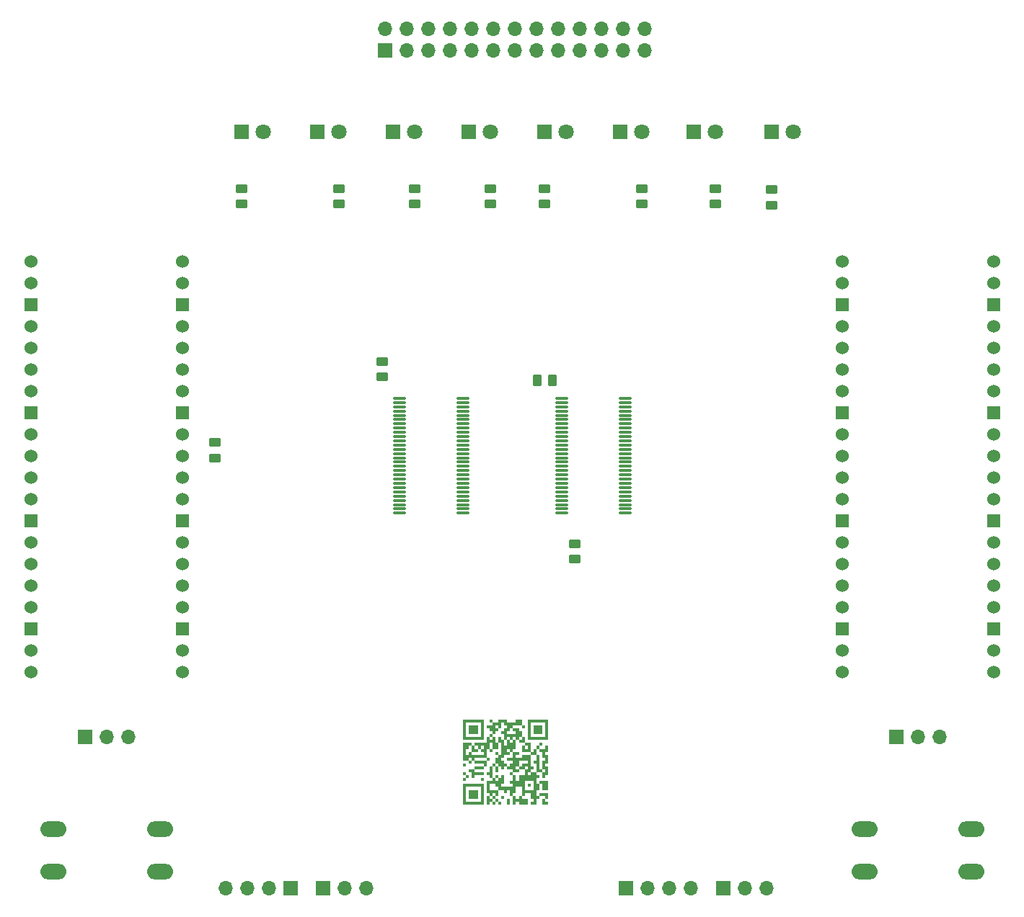
<source format=gbr>
%TF.GenerationSoftware,KiCad,Pcbnew,7.0.8*%
%TF.CreationDate,2023-10-15T21:25:11-07:00*%
%TF.ProjectId,DevkitHotswapPicoHub,4465766b-6974-4486-9f74-737761705069,rev?*%
%TF.SameCoordinates,Original*%
%TF.FileFunction,Soldermask,Top*%
%TF.FilePolarity,Negative*%
%FSLAX46Y46*%
G04 Gerber Fmt 4.6, Leading zero omitted, Abs format (unit mm)*
G04 Created by KiCad (PCBNEW 7.0.8) date 2023-10-15 21:25:11*
%MOMM*%
%LPD*%
G01*
G04 APERTURE LIST*
G04 Aperture macros list*
%AMRoundRect*
0 Rectangle with rounded corners*
0 $1 Rounding radius*
0 $2 $3 $4 $5 $6 $7 $8 $9 X,Y pos of 4 corners*
0 Add a 4 corners polygon primitive as box body*
4,1,4,$2,$3,$4,$5,$6,$7,$8,$9,$2,$3,0*
0 Add four circle primitives for the rounded corners*
1,1,$1+$1,$2,$3*
1,1,$1+$1,$4,$5*
1,1,$1+$1,$6,$7*
1,1,$1+$1,$8,$9*
0 Add four rect primitives between the rounded corners*
20,1,$1+$1,$2,$3,$4,$5,0*
20,1,$1+$1,$4,$5,$6,$7,0*
20,1,$1+$1,$6,$7,$8,$9,0*
20,1,$1+$1,$8,$9,$2,$3,0*%
G04 Aperture macros list end*
%ADD10R,1.700000X1.700000*%
%ADD11O,1.700000X1.700000*%
%ADD12C,1.524000*%
%ADD13R,1.524000X1.524000*%
%ADD14RoundRect,0.075000X-0.662500X-0.075000X0.662500X-0.075000X0.662500X0.075000X-0.662500X0.075000X0*%
%ADD15RoundRect,0.250000X-0.450000X0.262500X-0.450000X-0.262500X0.450000X-0.262500X0.450000X0.262500X0*%
%ADD16RoundRect,0.075000X0.662500X0.075000X-0.662500X0.075000X-0.662500X-0.075000X0.662500X-0.075000X0*%
%ADD17O,3.048000X1.850000*%
%ADD18RoundRect,0.250000X-0.262500X-0.450000X0.262500X-0.450000X0.262500X0.450000X-0.262500X0.450000X0*%
%ADD19R,1.800000X1.800000*%
%ADD20C,1.800000*%
G04 APERTURE END LIST*
%TO.C,G\u002A\u002A\u002A*%
G36*
X71407829Y-103194319D02*
G01*
X71062989Y-103194319D01*
X71062989Y-102849478D01*
X71407829Y-102849478D01*
X71407829Y-103194319D01*
G37*
G36*
X71407829Y-104228842D02*
G01*
X71062989Y-104228842D01*
X71062989Y-103884001D01*
X71407829Y-103884001D01*
X71407829Y-104228842D01*
G37*
G36*
X71407829Y-104918524D02*
G01*
X71062989Y-104918524D01*
X71062989Y-104573683D01*
X71407829Y-104573683D01*
X71407829Y-104918524D01*
G37*
G36*
X71752670Y-104573683D02*
G01*
X71407829Y-104573683D01*
X71407829Y-104228842D01*
X71752670Y-104228842D01*
X71752670Y-104573683D01*
G37*
G36*
X72787193Y-99401068D02*
G01*
X71752670Y-99401068D01*
X71752670Y-98366545D01*
X72787193Y-98366545D01*
X72787193Y-99401068D01*
G37*
G36*
X72787193Y-106987569D02*
G01*
X71752670Y-106987569D01*
X71752670Y-105953047D01*
X72787193Y-105953047D01*
X72787193Y-106987569D01*
G37*
G36*
X73476875Y-103539160D02*
G01*
X72442352Y-103539160D01*
X72442352Y-103194319D01*
X73476875Y-103194319D01*
X73476875Y-103539160D01*
G37*
G36*
X73476875Y-104918524D02*
G01*
X73132034Y-104918524D01*
X73132034Y-104573683D01*
X73476875Y-104573683D01*
X73476875Y-104918524D01*
G37*
G36*
X74166557Y-102504637D02*
G01*
X73821716Y-102504637D01*
X73821716Y-102159796D01*
X74166557Y-102159796D01*
X74166557Y-102504637D01*
G37*
G36*
X74511398Y-98021704D02*
G01*
X74166557Y-98021704D01*
X74166557Y-97676864D01*
X74511398Y-97676864D01*
X74511398Y-98021704D01*
G37*
G36*
X74856239Y-107677251D02*
G01*
X74511398Y-107677251D01*
X74511398Y-107332410D01*
X74856239Y-107332410D01*
X74856239Y-107677251D01*
G37*
G36*
X75201080Y-101814955D02*
G01*
X74856239Y-101814955D01*
X74856239Y-101470114D01*
X75201080Y-101470114D01*
X75201080Y-101814955D01*
G37*
G36*
X75201080Y-103884001D02*
G01*
X74856239Y-103884001D01*
X74856239Y-103194319D01*
X75201080Y-103194319D01*
X75201080Y-103884001D01*
G37*
G36*
X75201080Y-104573683D02*
G01*
X74856239Y-104573683D01*
X74856239Y-104228842D01*
X75201080Y-104228842D01*
X75201080Y-104573683D01*
G37*
G36*
X75201080Y-107332410D02*
G01*
X74856239Y-107332410D01*
X74856239Y-106987569D01*
X75201080Y-106987569D01*
X75201080Y-107332410D01*
G37*
G36*
X75545921Y-107677251D02*
G01*
X75201080Y-107677251D01*
X75201080Y-107332410D01*
X75545921Y-107332410D01*
X75545921Y-107677251D01*
G37*
G36*
X75890762Y-106987569D02*
G01*
X75545921Y-106987569D01*
X75545921Y-106642729D01*
X75890762Y-106642729D01*
X75890762Y-106987569D01*
G37*
G36*
X76580444Y-107677251D02*
G01*
X76235603Y-107677251D01*
X76235603Y-106987569D01*
X76580444Y-106987569D01*
X76580444Y-107677251D01*
G37*
G36*
X76925285Y-104228842D02*
G01*
X76580444Y-104228842D01*
X76580444Y-103884001D01*
X76925285Y-103884001D01*
X76925285Y-104228842D01*
G37*
G36*
X78304649Y-98711386D02*
G01*
X77959808Y-98711386D01*
X77959808Y-98366545D01*
X78304649Y-98366545D01*
X78304649Y-98711386D01*
G37*
G36*
X78994331Y-105608206D02*
G01*
X78649490Y-105608206D01*
X78649490Y-105263365D01*
X78994331Y-105263365D01*
X78994331Y-105608206D01*
G37*
G36*
X80373694Y-99401068D02*
G01*
X79339172Y-99401068D01*
X79339172Y-98366545D01*
X80373694Y-98366545D01*
X80373694Y-99401068D01*
G37*
G36*
X80373694Y-100780432D02*
G01*
X80028854Y-100780432D01*
X80028854Y-100435591D01*
X80373694Y-100435591D01*
X80373694Y-100780432D01*
G37*
G36*
X73821716Y-103194319D02*
G01*
X73476875Y-103194319D01*
X73476875Y-102849478D01*
X72442352Y-102849478D01*
X72442352Y-102504637D01*
X73821716Y-102504637D01*
X73821716Y-103194319D01*
G37*
G36*
X80718535Y-107332410D02*
G01*
X81063376Y-107332410D01*
X81063376Y-107677251D01*
X80373694Y-107677251D01*
X80373694Y-106987569D01*
X80718535Y-106987569D01*
X80718535Y-107332410D01*
G37*
G36*
X81063376Y-105953047D02*
G01*
X80373694Y-105953047D01*
X80373694Y-105263365D01*
X80028854Y-105263365D01*
X80028854Y-104918524D01*
X81063376Y-104918524D01*
X81063376Y-105953047D01*
G37*
G36*
X81063376Y-106987569D02*
G01*
X80718535Y-106987569D01*
X80718535Y-106642729D01*
X80028854Y-106642729D01*
X80028854Y-106297888D01*
X81063376Y-106297888D01*
X81063376Y-106987569D01*
G37*
G36*
X72442352Y-103884001D02*
G01*
X73476875Y-103884001D01*
X73476875Y-104228842D01*
X72442352Y-104228842D01*
X72442352Y-104573683D01*
X72097511Y-104573683D01*
X72097511Y-103884001D01*
X71752670Y-103884001D01*
X71752670Y-103539160D01*
X72442352Y-103539160D01*
X72442352Y-103884001D01*
G37*
G36*
X73476875Y-100090750D02*
G01*
X71062989Y-100090750D01*
X71062989Y-99745909D01*
X71407829Y-99745909D01*
X73132034Y-99745909D01*
X73132034Y-98021704D01*
X71407829Y-98021704D01*
X71407829Y-99745909D01*
X71062989Y-99745909D01*
X71062989Y-97676864D01*
X73476875Y-97676864D01*
X73476875Y-100090750D01*
G37*
G36*
X73476875Y-107677251D02*
G01*
X71062989Y-107677251D01*
X71062989Y-107332410D01*
X71407829Y-107332410D01*
X73132034Y-107332410D01*
X73132034Y-105608206D01*
X71407829Y-105608206D01*
X71407829Y-107332410D01*
X71062989Y-107332410D01*
X71062989Y-105263365D01*
X73476875Y-105263365D01*
X73476875Y-107677251D01*
G37*
G36*
X81063376Y-100090750D02*
G01*
X78649490Y-100090750D01*
X78649490Y-99745909D01*
X78994331Y-99745909D01*
X80718535Y-99745909D01*
X80718535Y-98021704D01*
X78994331Y-98021704D01*
X78994331Y-99745909D01*
X78649490Y-99745909D01*
X78649490Y-97676864D01*
X81063376Y-97676864D01*
X81063376Y-100090750D01*
G37*
G36*
X77270126Y-99401068D02*
G01*
X77270126Y-99056227D01*
X76925285Y-99056227D01*
X76925285Y-98711386D01*
X77614967Y-98711386D01*
X77614967Y-99056227D01*
X77959808Y-99056227D01*
X77959808Y-99745909D01*
X77614967Y-99745909D01*
X77614967Y-100090750D01*
X77270126Y-100090750D01*
X77270126Y-101125273D01*
X76925285Y-101125273D01*
X76925285Y-101470114D01*
X76580444Y-101470114D01*
X76580444Y-101814955D01*
X75890762Y-101814955D01*
X75890762Y-102159796D01*
X75545921Y-102159796D01*
X75545921Y-102504637D01*
X75890762Y-102504637D01*
X75890762Y-102849478D01*
X76235603Y-102849478D01*
X76235603Y-103194319D01*
X76580444Y-103194319D01*
X76580444Y-102849478D01*
X76925285Y-102849478D01*
X76925285Y-102504637D01*
X76235603Y-102504637D01*
X76235603Y-102159796D01*
X76925285Y-102159796D01*
X76925285Y-101470114D01*
X77614967Y-101470114D01*
X77614967Y-101814955D01*
X77270126Y-101814955D01*
X77270126Y-102159796D01*
X77959808Y-102159796D01*
X77959808Y-101814955D01*
X78994331Y-101814955D01*
X78994331Y-101470114D01*
X77959808Y-101470114D01*
X77959808Y-101125273D01*
X78304649Y-101125273D01*
X78649490Y-101125273D01*
X78649490Y-100780432D01*
X78304649Y-100780432D01*
X78304649Y-101125273D01*
X77959808Y-101125273D01*
X77959808Y-100780432D01*
X78304649Y-100780432D01*
X78304649Y-100435591D01*
X78994331Y-100435591D01*
X78994331Y-101470114D01*
X79339172Y-101470114D01*
X79339172Y-101125273D01*
X79684013Y-101125273D01*
X79684013Y-100780432D01*
X80028854Y-100780432D01*
X80028854Y-101125273D01*
X80718535Y-101125273D01*
X80718535Y-100780432D01*
X81063376Y-100780432D01*
X81063376Y-101470114D01*
X80718535Y-101470114D01*
X80718535Y-101814955D01*
X81063376Y-101814955D01*
X81063376Y-102849478D01*
X80718535Y-102849478D01*
X80718535Y-103194319D01*
X81063376Y-103194319D01*
X81063376Y-104228842D01*
X80718535Y-104228842D01*
X80718535Y-104573683D01*
X80373694Y-104573683D01*
X80373694Y-103884001D01*
X80718535Y-103884001D01*
X80718535Y-103539160D01*
X80373694Y-103539160D01*
X80373694Y-103884001D01*
X79684013Y-103884001D01*
X79684013Y-104228842D01*
X80028854Y-104228842D01*
X80028854Y-104573683D01*
X79684013Y-104573683D01*
X79684013Y-105263365D01*
X80028854Y-105263365D01*
X80028854Y-105953047D01*
X79684013Y-105953047D01*
X79684013Y-106642729D01*
X80028854Y-106642729D01*
X80028854Y-106987569D01*
X79684013Y-106987569D01*
X79684013Y-107677251D01*
X78994331Y-107677251D01*
X78994331Y-107332410D01*
X79339172Y-107332410D01*
X79339172Y-106987569D01*
X78994331Y-106987569D01*
X78994331Y-106297888D01*
X78304649Y-106297888D01*
X78304649Y-106642729D01*
X77959808Y-106642729D01*
X77959808Y-106987569D01*
X78649490Y-106987569D01*
X78649490Y-107677251D01*
X77614967Y-107677251D01*
X77614967Y-107332410D01*
X77270126Y-107332410D01*
X77270126Y-107677251D01*
X76925285Y-107677251D01*
X76925285Y-106642729D01*
X77270126Y-106642729D01*
X77270126Y-106987569D01*
X77614967Y-106987569D01*
X77614967Y-106642729D01*
X77959808Y-106642729D01*
X77959808Y-105953047D01*
X78304649Y-105953047D01*
X79339172Y-105953047D01*
X79339172Y-104918524D01*
X78304649Y-104918524D01*
X78304649Y-105953047D01*
X77959808Y-105953047D01*
X77959808Y-105608206D01*
X77270126Y-105608206D01*
X77270126Y-106297888D01*
X76925285Y-106297888D01*
X76925285Y-106642729D01*
X76580444Y-106642729D01*
X76580444Y-105953047D01*
X76235603Y-105953047D01*
X76235603Y-106297888D01*
X75890762Y-106297888D01*
X75890762Y-105953047D01*
X75201080Y-105953047D01*
X75201080Y-106642729D01*
X74856239Y-106642729D01*
X74856239Y-106987569D01*
X74511398Y-106987569D01*
X74511398Y-107332410D01*
X74166557Y-107332410D01*
X74166557Y-107677251D01*
X73821716Y-107677251D01*
X73821716Y-106987569D01*
X74166557Y-106987569D01*
X74511398Y-106987569D01*
X74511398Y-106642729D01*
X74856239Y-106642729D01*
X74856239Y-106297888D01*
X74511398Y-106297888D01*
X74511398Y-106642729D01*
X74166557Y-106642729D01*
X74166557Y-106987569D01*
X73821716Y-106987569D01*
X73821716Y-106642729D01*
X74166557Y-106642729D01*
X74166557Y-106297888D01*
X73821716Y-106297888D01*
X73821716Y-105953047D01*
X74166557Y-105953047D01*
X75201080Y-105953047D01*
X75201080Y-105608206D01*
X74856239Y-105608206D01*
X74856239Y-105263365D01*
X74166557Y-105263365D01*
X74166557Y-105953047D01*
X73821716Y-105953047D01*
X73821716Y-104918524D01*
X74511398Y-104918524D01*
X74511398Y-104573683D01*
X74856239Y-104573683D01*
X74856239Y-104918524D01*
X75201080Y-104918524D01*
X75201080Y-104573683D01*
X75545921Y-104573683D01*
X75545921Y-104228842D01*
X75890762Y-104228842D01*
X75890762Y-105263365D01*
X75545921Y-105263365D01*
X75545921Y-105608206D01*
X76925285Y-105608206D01*
X76925285Y-105263365D01*
X76580444Y-105263365D01*
X76580444Y-104918524D01*
X76925285Y-104918524D01*
X76925285Y-104228842D01*
X77270126Y-104228842D01*
X77270126Y-104918524D01*
X77614967Y-104918524D01*
X77614967Y-104228842D01*
X78304649Y-104228842D01*
X78649490Y-104228842D01*
X78994331Y-104228842D01*
X78994331Y-103884001D01*
X79684013Y-103884001D01*
X79684013Y-102849478D01*
X79339172Y-102849478D01*
X79339172Y-102504637D01*
X79684013Y-102504637D01*
X79684013Y-101814955D01*
X80028854Y-101814955D01*
X80028854Y-103539160D01*
X80373694Y-103539160D01*
X80373694Y-102504637D01*
X80718535Y-102504637D01*
X80718535Y-102159796D01*
X80373694Y-102159796D01*
X80373694Y-101470114D01*
X80028854Y-101470114D01*
X80028854Y-101125273D01*
X79684013Y-101125273D01*
X79684013Y-101814955D01*
X78994331Y-101814955D01*
X78994331Y-103194319D01*
X79339172Y-103194319D01*
X79339172Y-103539160D01*
X78994331Y-103539160D01*
X78994331Y-103884001D01*
X78649490Y-103884001D01*
X78649490Y-104228842D01*
X78304649Y-104228842D01*
X78304649Y-103539160D01*
X78649490Y-103539160D01*
X78649490Y-103194319D01*
X78304649Y-103194319D01*
X78304649Y-103539160D01*
X77614967Y-103539160D01*
X77614967Y-103884001D01*
X76925285Y-103884001D01*
X76925285Y-103539160D01*
X77270126Y-103539160D01*
X77614967Y-103539160D01*
X77614967Y-103194319D01*
X77959808Y-103194319D01*
X77959808Y-102849478D01*
X78649490Y-102849478D01*
X78649490Y-102504637D01*
X77614967Y-102504637D01*
X77614967Y-103194319D01*
X77270126Y-103194319D01*
X77270126Y-103539160D01*
X76925285Y-103539160D01*
X76235603Y-103539160D01*
X76235603Y-103194319D01*
X75890762Y-103194319D01*
X75890762Y-103539160D01*
X75545921Y-103539160D01*
X75545921Y-103194319D01*
X75201080Y-103194319D01*
X75201080Y-102849478D01*
X74856239Y-102849478D01*
X74856239Y-103194319D01*
X74511398Y-103194319D01*
X74511398Y-104573683D01*
X74166557Y-104573683D01*
X74166557Y-104228842D01*
X73821716Y-104228842D01*
X73821716Y-103884001D01*
X74166557Y-103884001D01*
X74166557Y-103194319D01*
X74511398Y-103194319D01*
X74511398Y-102849478D01*
X74856239Y-102849478D01*
X74856239Y-102504637D01*
X74856239Y-102159796D01*
X75201080Y-102159796D01*
X75201080Y-101814955D01*
X75545921Y-101814955D01*
X75545921Y-101470114D01*
X76235603Y-101470114D01*
X76580444Y-101470114D01*
X76580444Y-101125273D01*
X76235603Y-101125273D01*
X76235603Y-101470114D01*
X75545921Y-101470114D01*
X75545921Y-100780432D01*
X75890762Y-100780432D01*
X76235603Y-100780432D01*
X76235603Y-100435591D01*
X76580444Y-100435591D01*
X76925285Y-100435591D01*
X76925285Y-100090750D01*
X77270126Y-100090750D01*
X77270126Y-99745909D01*
X76925285Y-99745909D01*
X76925285Y-100090750D01*
X76580444Y-100090750D01*
X76580444Y-100435591D01*
X76235603Y-100435591D01*
X76235603Y-100090750D01*
X76580444Y-100090750D01*
X76580444Y-99745909D01*
X76235603Y-99745909D01*
X76235603Y-100090750D01*
X75890762Y-100090750D01*
X75890762Y-100780432D01*
X75545921Y-100780432D01*
X75545921Y-100435591D01*
X75201080Y-100435591D01*
X75201080Y-101125273D01*
X74511398Y-101125273D01*
X74511398Y-101470114D01*
X74166557Y-101470114D01*
X74166557Y-101125273D01*
X74511398Y-101125273D01*
X74511398Y-100435591D01*
X74166557Y-100435591D01*
X74166557Y-101125273D01*
X73821716Y-101125273D01*
X73821716Y-102159796D01*
X72442352Y-102159796D01*
X72442352Y-102504637D01*
X72097511Y-102504637D01*
X72097511Y-102849478D01*
X71752670Y-102849478D01*
X71752670Y-102504637D01*
X72097511Y-102504637D01*
X72097511Y-102159796D01*
X71752670Y-102159796D01*
X71752670Y-102504637D01*
X71062989Y-102504637D01*
X71062989Y-101814955D01*
X71407829Y-101814955D01*
X71752670Y-101814955D01*
X72097511Y-101814955D01*
X73476875Y-101814955D01*
X73476875Y-101470114D01*
X73132034Y-101470114D01*
X73132034Y-101125273D01*
X73476875Y-101125273D01*
X73476875Y-100780432D01*
X73132034Y-100780432D01*
X73132034Y-101125273D01*
X72787193Y-101125273D01*
X72787193Y-101470114D01*
X72097511Y-101470114D01*
X72097511Y-101814955D01*
X71752670Y-101814955D01*
X71752670Y-101470114D01*
X72097511Y-101470114D01*
X72097511Y-101125273D01*
X72442352Y-101125273D01*
X72787193Y-101125273D01*
X72787193Y-100780432D01*
X72442352Y-100780432D01*
X72442352Y-101125273D01*
X72097511Y-101125273D01*
X72097511Y-100780432D01*
X71752670Y-100780432D01*
X71752670Y-101125273D01*
X71407829Y-101125273D01*
X71407829Y-101814955D01*
X71062989Y-101814955D01*
X71062989Y-100435591D01*
X72097511Y-100435591D01*
X72097511Y-100780432D01*
X72442352Y-100780432D01*
X72442352Y-100435591D01*
X73821716Y-100435591D01*
X73821716Y-100090750D01*
X74166557Y-100090750D01*
X74511398Y-100090750D01*
X74511398Y-99745909D01*
X74856239Y-99745909D01*
X74856239Y-100435591D01*
X75201080Y-100435591D01*
X75201080Y-99745909D01*
X75545921Y-99745909D01*
X75545921Y-100090750D01*
X75890762Y-100090750D01*
X75890762Y-99401068D01*
X75545921Y-99401068D01*
X75545921Y-99056227D01*
X75890762Y-99056227D01*
X75890762Y-98711386D01*
X76235603Y-98711386D01*
X76235603Y-98366545D01*
X75890762Y-98366545D01*
X75890762Y-98021704D01*
X75545921Y-98021704D01*
X75545921Y-98711386D01*
X75201080Y-98711386D01*
X75201080Y-99056227D01*
X74856239Y-99056227D01*
X74856239Y-99401068D01*
X74511398Y-99401068D01*
X74511398Y-99745909D01*
X74166557Y-99745909D01*
X74166557Y-100090750D01*
X73821716Y-100090750D01*
X73821716Y-99745909D01*
X74166557Y-99745909D01*
X74166557Y-99401068D01*
X74511398Y-99401068D01*
X74511398Y-99056227D01*
X74166557Y-99056227D01*
X74166557Y-98711386D01*
X74856239Y-98711386D01*
X75201080Y-98711386D01*
X75201080Y-98366545D01*
X74856239Y-98366545D01*
X74856239Y-98711386D01*
X74166557Y-98711386D01*
X73821716Y-98711386D01*
X73821716Y-98366545D01*
X74511398Y-98366545D01*
X74511398Y-98021704D01*
X75201080Y-98021704D01*
X75201080Y-97676864D01*
X76235603Y-97676864D01*
X76235603Y-98021704D01*
X77270126Y-98021704D01*
X77270126Y-97676864D01*
X77959808Y-97676864D01*
X77959808Y-98366545D01*
X76925285Y-98366545D01*
X76925285Y-98711386D01*
X76580444Y-98711386D01*
X76580444Y-99056227D01*
X76235603Y-99056227D01*
X76235603Y-99401068D01*
X77270126Y-99401068D01*
G37*
G36*
X78304649Y-99745909D02*
G01*
X78304649Y-100435591D01*
X77614967Y-100435591D01*
X77614967Y-100090750D01*
X77959808Y-100090750D01*
X77959808Y-99745909D01*
X78304649Y-99745909D01*
G37*
%TD*%
D10*
%TO.C,J404*%
X90170000Y-117475000D03*
D11*
X92710000Y-117475000D03*
X95250000Y-117475000D03*
X97790000Y-117475000D03*
%TD*%
%TO.C,J202*%
X31750000Y-99695000D03*
X29210000Y-99695000D03*
D10*
X26670000Y-99695000D03*
%TD*%
D12*
%TO.C,U200*%
X20320000Y-43815000D03*
X20320000Y-46355000D03*
D13*
X20320000Y-48895000D03*
D12*
X20320000Y-51435000D03*
X20320000Y-53975000D03*
X20320000Y-59055000D03*
X20320000Y-56515000D03*
D13*
X20320000Y-61595000D03*
D12*
X20320000Y-64135000D03*
X20320000Y-66675000D03*
X20320000Y-69215000D03*
X20320000Y-71755000D03*
D13*
X20320000Y-74295000D03*
D12*
X20320000Y-76835000D03*
X20320000Y-79375000D03*
X20320000Y-81915000D03*
X20320000Y-84455000D03*
D13*
X20320000Y-86995000D03*
D12*
X20320000Y-89535000D03*
X20320000Y-92075000D03*
X38100000Y-92075000D03*
X38100000Y-89535000D03*
D13*
X38100000Y-86995000D03*
D12*
X38100000Y-84455000D03*
X38100000Y-81915000D03*
X38100000Y-79375000D03*
X38100000Y-76835000D03*
D13*
X38100000Y-74295000D03*
D12*
X38100000Y-71755000D03*
X38100000Y-69215000D03*
X38100000Y-66675000D03*
X38100000Y-64135000D03*
D13*
X38100000Y-61595000D03*
D12*
X38100000Y-59055000D03*
X38100000Y-56515000D03*
X38100000Y-53975000D03*
X38100000Y-51435000D03*
D13*
X38100000Y-48895000D03*
D12*
X38100000Y-46355000D03*
X38100000Y-43815000D03*
%TD*%
D10*
%TO.C,J303*%
X121920000Y-99695000D03*
D11*
X124460000Y-99695000D03*
X127000000Y-99695000D03*
%TD*%
D12*
%TO.C,U300*%
X133350000Y-43815000D03*
X133350000Y-46355000D03*
D13*
X133350000Y-48895000D03*
D12*
X133350000Y-51435000D03*
X133350000Y-53975000D03*
X133350000Y-56515000D03*
X133350000Y-59055000D03*
D13*
X133350000Y-61595000D03*
D12*
X133350000Y-64135000D03*
X133350000Y-66675000D03*
X133350000Y-69215000D03*
X133350000Y-71755000D03*
D13*
X133350000Y-74295000D03*
D12*
X133350000Y-76835000D03*
X133350000Y-79375000D03*
X133350000Y-81915000D03*
X133350000Y-84455000D03*
D13*
X133350000Y-86995000D03*
D12*
X133350000Y-89535000D03*
X133350000Y-92075000D03*
X115570000Y-92075000D03*
X115570000Y-89535000D03*
D13*
X115570000Y-86995000D03*
D12*
X115570000Y-84455000D03*
X115570000Y-81915000D03*
X115570000Y-79375000D03*
X115570000Y-76835000D03*
D13*
X115570000Y-74295000D03*
D12*
X115570000Y-71755000D03*
X115570000Y-69215000D03*
X115570000Y-66675000D03*
X115570000Y-64135000D03*
D13*
X115570000Y-61595000D03*
D12*
X115570000Y-56515000D03*
X115570000Y-59055000D03*
X115570000Y-53975000D03*
X115570000Y-51435000D03*
D13*
X115570000Y-48895000D03*
D12*
X115570000Y-46355000D03*
X115570000Y-43815000D03*
%TD*%
D14*
%TO.C,U501*%
X90072500Y-59925000D03*
X90072500Y-60425000D03*
X90072500Y-60925000D03*
X90072500Y-61425000D03*
X90072500Y-61925000D03*
X90072500Y-62425000D03*
X90072500Y-62925000D03*
X90072500Y-63425000D03*
X90072500Y-63925000D03*
X90072500Y-64425000D03*
X90072500Y-64925000D03*
X90072500Y-65425000D03*
X90072500Y-65925000D03*
X90072500Y-66425000D03*
X90072500Y-66925000D03*
X90072500Y-67425000D03*
X90072500Y-67925000D03*
X90072500Y-68425000D03*
X90072500Y-68925000D03*
X90072500Y-69425000D03*
X90072500Y-69925000D03*
X90072500Y-70425000D03*
X90072500Y-70925000D03*
X90072500Y-71425000D03*
X90072500Y-71925000D03*
X90072500Y-72425000D03*
X90072500Y-72925000D03*
X90072500Y-73425000D03*
X82647500Y-73425000D03*
X82647500Y-72925000D03*
X82647500Y-72425000D03*
X82647500Y-71925000D03*
X82647500Y-71425000D03*
X82647500Y-70925000D03*
X82647500Y-70425000D03*
X82647500Y-69925000D03*
X82647500Y-69425000D03*
X82647500Y-68925000D03*
X82647500Y-68425000D03*
X82647500Y-67925000D03*
X82647500Y-67425000D03*
X82647500Y-66925000D03*
X82647500Y-66425000D03*
X82647500Y-65925000D03*
X82647500Y-65425000D03*
X82647500Y-64925000D03*
X82647500Y-64425000D03*
X82647500Y-63925000D03*
X82647500Y-63425000D03*
X82647500Y-62925000D03*
X82647500Y-62425000D03*
X82647500Y-61925000D03*
X82647500Y-61425000D03*
X82647500Y-60925000D03*
X82647500Y-60425000D03*
X82647500Y-59925000D03*
%TD*%
D15*
%TO.C,R414*%
X107315000Y-35386000D03*
X107315000Y-37211000D03*
%TD*%
D10*
%TO.C,J405*%
X101600000Y-117475000D03*
D11*
X104140000Y-117475000D03*
X106680000Y-117475000D03*
%TD*%
D10*
%TO.C,J401*%
X54610000Y-117475000D03*
D11*
X57150000Y-117475000D03*
X59690000Y-117475000D03*
%TD*%
D16*
%TO.C,U500*%
X71022500Y-73425000D03*
X71022500Y-72925000D03*
X71022500Y-72425000D03*
X71022500Y-71925000D03*
X71022500Y-71425000D03*
X71022500Y-70925000D03*
X71022500Y-70425000D03*
X71022500Y-69925000D03*
X71022500Y-69425000D03*
X71022500Y-68925000D03*
X71022500Y-68425000D03*
X71022500Y-67925000D03*
X71022500Y-67425000D03*
X71022500Y-66925000D03*
X71022500Y-66425000D03*
X71022500Y-65925000D03*
X71022500Y-65425000D03*
X71022500Y-64925000D03*
X71022500Y-64425000D03*
X71022500Y-63925000D03*
X71022500Y-63425000D03*
X71022500Y-62925000D03*
X71022500Y-62425000D03*
X71022500Y-61925000D03*
X71022500Y-61425000D03*
X71022500Y-60925000D03*
X71022500Y-60425000D03*
X71022500Y-59925000D03*
X63597500Y-59925000D03*
X63597500Y-60425000D03*
X63597500Y-60925000D03*
X63597500Y-61425000D03*
X63597500Y-61925000D03*
X63597500Y-62425000D03*
X63597500Y-62925000D03*
X63597500Y-63425000D03*
X63597500Y-63925000D03*
X63597500Y-64425000D03*
X63597500Y-64925000D03*
X63597500Y-65425000D03*
X63597500Y-65925000D03*
X63597500Y-66425000D03*
X63597500Y-66925000D03*
X63597500Y-67425000D03*
X63597500Y-67925000D03*
X63597500Y-68425000D03*
X63597500Y-68925000D03*
X63597500Y-69425000D03*
X63597500Y-69925000D03*
X63597500Y-70425000D03*
X63597500Y-70925000D03*
X63597500Y-71425000D03*
X63597500Y-71925000D03*
X63597500Y-72425000D03*
X63597500Y-72925000D03*
X63597500Y-73425000D03*
%TD*%
D17*
%TO.C,SW406*%
X118220000Y-110530000D03*
X130720000Y-110530000D03*
X118220000Y-115530000D03*
X130720000Y-115530000D03*
%TD*%
%TO.C,SW403*%
X22950000Y-110530000D03*
X35450000Y-110530000D03*
X22950000Y-115530000D03*
X35450000Y-115530000D03*
%TD*%
D15*
%TO.C,R504*%
X61595000Y-57427500D03*
X61595000Y-55602500D03*
%TD*%
D18*
%TO.C,R503*%
X79732500Y-57785000D03*
X81557500Y-57785000D03*
%TD*%
D15*
%TO.C,R422*%
X100725000Y-37107500D03*
X100725000Y-35282500D03*
%TD*%
%TO.C,R421*%
X92075000Y-35282500D03*
X92075000Y-37107500D03*
%TD*%
%TO.C,R420*%
X80645000Y-37107500D03*
X80645000Y-35282500D03*
%TD*%
%TO.C,R419*%
X74295000Y-37107500D03*
X74295000Y-35282500D03*
%TD*%
%TO.C,R418*%
X65405000Y-37107500D03*
X65405000Y-35282500D03*
%TD*%
%TO.C,R417*%
X56515000Y-35282500D03*
X56515000Y-37107500D03*
%TD*%
%TO.C,R416*%
X45085000Y-37107500D03*
X45085000Y-35282500D03*
%TD*%
%TO.C,R301*%
X84137500Y-76997500D03*
X84137500Y-78822500D03*
%TD*%
%TO.C,R201*%
X41910000Y-66952500D03*
X41910000Y-65127500D03*
%TD*%
D10*
%TO.C,J502*%
X61912500Y-19050000D03*
D11*
X61912500Y-16510000D03*
X64452500Y-19050000D03*
X64452500Y-16510000D03*
X66992500Y-19050000D03*
X66992500Y-16510000D03*
X69532500Y-19050000D03*
X69532500Y-16510000D03*
X72072500Y-19050000D03*
X72072500Y-16510000D03*
X74612500Y-19050000D03*
X74612500Y-16510000D03*
X77152500Y-19050000D03*
X77152500Y-16510000D03*
X79692500Y-19050000D03*
X79692500Y-16510000D03*
X82232500Y-19050000D03*
X82232500Y-16510000D03*
X84772500Y-19050000D03*
X84772500Y-16510000D03*
X87312500Y-19050000D03*
X87312500Y-16510000D03*
X89852500Y-19050000D03*
X89852500Y-16510000D03*
X92392500Y-19050000D03*
X92392500Y-16510000D03*
%TD*%
%TO.C,J400*%
X43170000Y-117475000D03*
X45710000Y-117475000D03*
X48250000Y-117475000D03*
D10*
X50790000Y-117475000D03*
%TD*%
D19*
%TO.C,D414*%
X107315000Y-28575000D03*
D20*
X109855000Y-28575000D03*
%TD*%
D19*
%TO.C,D413*%
X98185000Y-28575000D03*
D20*
X100725000Y-28575000D03*
%TD*%
D19*
%TO.C,D412*%
X89535000Y-28575000D03*
D20*
X92075000Y-28575000D03*
%TD*%
%TO.C,D411*%
X83185000Y-28575000D03*
D19*
X80645000Y-28575000D03*
%TD*%
D20*
%TO.C,D410*%
X74295000Y-28575000D03*
D19*
X71755000Y-28575000D03*
%TD*%
%TO.C,D409*%
X62865000Y-28575000D03*
D20*
X65405000Y-28575000D03*
%TD*%
%TO.C,D408*%
X56515000Y-28575000D03*
D19*
X53975000Y-28575000D03*
%TD*%
%TO.C,D407*%
X45085000Y-28575000D03*
D20*
X47625000Y-28575000D03*
%TD*%
M02*

</source>
